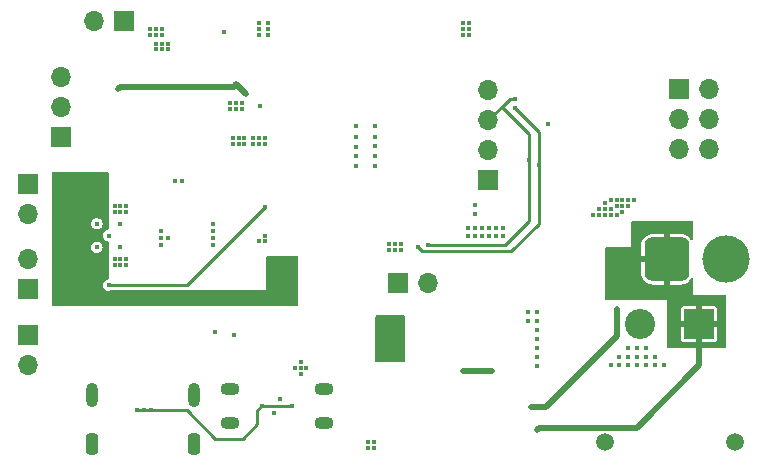
<source format=gbr>
%TF.GenerationSoftware,KiCad,Pcbnew,8.0.6*%
%TF.CreationDate,2024-12-20T17:35:19-08:00*%
%TF.ProjectId,roomba,726f6f6d-6261-42e6-9b69-6361645f7063,rev?*%
%TF.SameCoordinates,Original*%
%TF.FileFunction,Copper,L3,Inr*%
%TF.FilePolarity,Positive*%
%FSLAX46Y46*%
G04 Gerber Fmt 4.6, Leading zero omitted, Abs format (unit mm)*
G04 Created by KiCad (PCBNEW 8.0.6) date 2024-12-20 17:35:19*
%MOMM*%
%LPD*%
G01*
G04 APERTURE LIST*
G04 Aperture macros list*
%AMRoundRect*
0 Rectangle with rounded corners*
0 $1 Rounding radius*
0 $2 $3 $4 $5 $6 $7 $8 $9 X,Y pos of 4 corners*
0 Add a 4 corners polygon primitive as box body*
4,1,4,$2,$3,$4,$5,$6,$7,$8,$9,$2,$3,0*
0 Add four circle primitives for the rounded corners*
1,1,$1+$1,$2,$3*
1,1,$1+$1,$4,$5*
1,1,$1+$1,$6,$7*
1,1,$1+$1,$8,$9*
0 Add four rect primitives between the rounded corners*
20,1,$1+$1,$2,$3,$4,$5,0*
20,1,$1+$1,$4,$5,$6,$7,0*
20,1,$1+$1,$6,$7,$8,$9,0*
20,1,$1+$1,$8,$9,$2,$3,0*%
G04 Aperture macros list end*
%TA.AperFunction,ComponentPad*%
%ADD10R,1.700000X1.700000*%
%TD*%
%TA.AperFunction,ComponentPad*%
%ADD11O,1.700000X1.700000*%
%TD*%
%TA.AperFunction,ComponentPad*%
%ADD12C,0.450000*%
%TD*%
%TA.AperFunction,ComponentPad*%
%ADD13O,1.600000X1.100000*%
%TD*%
%TA.AperFunction,ComponentPad*%
%ADD14RoundRect,0.250000X-0.250000X-0.650000X0.250000X-0.650000X0.250000X0.650000X-0.250000X0.650000X0*%
%TD*%
%TA.AperFunction,ComponentPad*%
%ADD15O,1.000000X2.100000*%
%TD*%
%TA.AperFunction,ComponentPad*%
%ADD16C,4.000000*%
%TD*%
%TA.AperFunction,ComponentPad*%
%ADD17RoundRect,0.760000X-1.140000X-1.140000X1.140000X-1.140000X1.140000X1.140000X-1.140000X1.140000X0*%
%TD*%
%TA.AperFunction,ComponentPad*%
%ADD18R,2.550000X2.550000*%
%TD*%
%TA.AperFunction,ComponentPad*%
%ADD19C,1.508000*%
%TD*%
%TA.AperFunction,ComponentPad*%
%ADD20C,2.550000*%
%TD*%
%TA.AperFunction,ViaPad*%
%ADD21C,0.400000*%
%TD*%
%TA.AperFunction,ViaPad*%
%ADD22C,0.450000*%
%TD*%
%TA.AperFunction,Conductor*%
%ADD23C,0.500000*%
%TD*%
%TA.AperFunction,Conductor*%
%ADD24C,0.250000*%
%TD*%
G04 APERTURE END LIST*
D10*
%TO.N,GND*%
%TO.C,U3*%
X162120000Y-102340000D03*
D11*
%TO.N,+3V3*%
X162120000Y-99800000D03*
%TO.N,/SCL*%
X162120000Y-97260000D03*
%TO.N,/SDA*%
X162120000Y-94720000D03*
%TD*%
D12*
%TO.N,GND*%
%TO.C,U2*%
X131000000Y-106000000D03*
X129000000Y-106000000D03*
X130000000Y-107000000D03*
X131000000Y-108000000D03*
X129000000Y-108000000D03*
%TD*%
D10*
%TO.N,+BATT*%
%TO.C,M3*%
X123200000Y-115400000D03*
D11*
%TO.N,Net-(D10-A)*%
X123200000Y-117940000D03*
%TD*%
%TO.N,Net-(M2--)*%
%TO.C,M2*%
X123200000Y-109000000D03*
D10*
%TO.N,Net-(M2-+)*%
X123200000Y-111540000D03*
%TD*%
%TO.N,Net-(M1-+)*%
%TO.C,M1*%
X123200000Y-102600000D03*
D11*
%TO.N,Net-(M1--)*%
X123200000Y-105140000D03*
%TD*%
%TO.N,+3V3*%
%TO.C,J7*%
X157040000Y-111000000D03*
D10*
%TO.N,GND*%
X154500000Y-111000000D03*
%TD*%
%TO.N,GND*%
%TO.C,J6*%
X131340000Y-88800000D03*
D11*
%TO.N,+BATT*%
X128800000Y-88800000D03*
%TD*%
D13*
%TO.N,GND*%
%TO.C,J4*%
X148275000Y-122840750D03*
X140275000Y-122840750D03*
X148275000Y-119980750D03*
X140275000Y-119980750D03*
%TD*%
D10*
%TO.N,GND*%
%TO.C,J2*%
X126000000Y-98680000D03*
D11*
%TO.N,unconnected-(J2-Pin_2-Pad2)*%
X126000000Y-96140000D03*
%TO.N,/BLDC_MOT*%
X126000000Y-93600000D03*
%TD*%
D14*
%TO.N,GND*%
%TO.C,J1*%
X137195000Y-124673250D03*
X128555000Y-124673250D03*
D15*
X137195000Y-120493250D03*
X128555000Y-120493250D03*
%TD*%
D16*
%TO.N,GND*%
%TO.C,J5*%
X182250000Y-109000000D03*
D17*
%TO.N,/Power/D_BATT*%
X177250000Y-109000000D03*
%TD*%
D18*
%TO.N,/Power/D_BATT*%
%TO.C,J3*%
X180000000Y-114500000D03*
D19*
%TO.N,GND*%
X183000000Y-124500000D03*
D20*
X175000000Y-114500000D03*
D19*
X172000000Y-124500000D03*
%TD*%
D10*
%TO.N,+3V3*%
%TO.C,LED1*%
X178260000Y-94600000D03*
D11*
X180800000Y-94600000D03*
%TO.N,/LED_S1*%
X178260000Y-97140000D03*
%TO.N,/LED_S2*%
X180800000Y-97140000D03*
%TO.N,GND*%
X178260000Y-99680000D03*
X180800000Y-99680000D03*
%TD*%
D21*
%TO.N,GND*%
X143250000Y-107000000D03*
X143250000Y-107500000D03*
X142750000Y-107500000D03*
%TO.N,Net-(U1-SW)*%
X153000000Y-115000000D03*
X154000000Y-115000000D03*
X153500000Y-115000000D03*
X154500000Y-115000000D03*
X153000000Y-114500000D03*
X154000000Y-114500000D03*
X153500000Y-114500000D03*
X154500000Y-114500000D03*
X153500000Y-117250000D03*
X154000000Y-117250000D03*
X154500000Y-117250000D03*
X154500000Y-114000000D03*
X154000000Y-114000000D03*
X153500000Y-114000000D03*
X153000000Y-114000000D03*
%TO.N,GND*%
X152500000Y-125000000D03*
X152000000Y-125000000D03*
X152500000Y-124500000D03*
X152000000Y-124500000D03*
X177000000Y-118000000D03*
X176250000Y-118000000D03*
X176250000Y-117250000D03*
X172500000Y-118000000D03*
X173250000Y-117250000D03*
X173250000Y-118000000D03*
X175500000Y-118000000D03*
X174750000Y-118000000D03*
X174000000Y-118000000D03*
X175500000Y-117250000D03*
X175500000Y-116500000D03*
X174750000Y-116500000D03*
X174750000Y-117250000D03*
X174000000Y-117250000D03*
X174000000Y-116500000D03*
X173500000Y-104000000D03*
X174500000Y-104000000D03*
X172500000Y-104000000D03*
X174000000Y-104500000D03*
X173000000Y-104000000D03*
X173500000Y-104500000D03*
X174000000Y-104000000D03*
X173000000Y-104500000D03*
X173500000Y-105000000D03*
X166242062Y-118031831D03*
X166250000Y-117250000D03*
X166250000Y-116500000D03*
X166250000Y-115750000D03*
X166250000Y-115000000D03*
X166250000Y-114250000D03*
X165500000Y-114250000D03*
X166250000Y-113500000D03*
X165500000Y-113500000D03*
%TO.N,Net-(U1-VFB)*%
X162500000Y-118500000D03*
X160000000Y-118500000D03*
%TO.N,GND*%
X135000000Y-91250000D03*
X134000000Y-90750000D03*
X134500000Y-91250000D03*
X134000000Y-91250000D03*
X134500000Y-90750000D03*
X135000000Y-90750000D03*
X134500000Y-90000000D03*
X133500000Y-89500000D03*
X134000000Y-90000000D03*
X133500000Y-90000000D03*
X134000000Y-89500000D03*
X134500000Y-89500000D03*
X141250000Y-96250000D03*
X140250000Y-95750000D03*
X140750000Y-96250000D03*
X140250000Y-96250000D03*
X140750000Y-95750000D03*
X141250000Y-95750000D03*
X141497687Y-99252314D03*
X140997687Y-99252314D03*
X140997687Y-98752314D03*
X140497687Y-98752314D03*
X141500000Y-98750000D03*
X140497687Y-99252314D03*
X131497687Y-105002314D03*
X130997687Y-105002314D03*
X130997687Y-104502314D03*
X130497687Y-104502314D03*
X131500000Y-104500000D03*
X130497687Y-105002314D03*
X131502313Y-108997686D03*
X131000000Y-109000000D03*
X130500000Y-109000000D03*
X130500000Y-109500000D03*
X131000000Y-109500000D03*
X131500000Y-109500000D03*
X172000000Y-104250000D03*
X172500000Y-104750000D03*
X173000000Y-105250000D03*
X172000000Y-104750000D03*
X171500000Y-104750000D03*
X172500000Y-105250000D03*
X172000000Y-105250000D03*
X171500000Y-105250000D03*
X171000000Y-105250000D03*
X146250000Y-117750000D03*
X146250000Y-118750000D03*
X146750000Y-118250000D03*
X146250000Y-118250000D03*
X145750000Y-118250000D03*
X154750000Y-107750000D03*
X153750000Y-107750000D03*
X154250000Y-107750000D03*
X154750000Y-108250000D03*
X154250000Y-108250000D03*
X153750000Y-108250000D03*
X160500000Y-89000000D03*
X160000000Y-89000000D03*
X160500000Y-89500000D03*
X160000000Y-89500000D03*
X160500000Y-90000000D03*
X160000000Y-90000000D03*
X143500000Y-90000000D03*
X142750000Y-90000000D03*
X143500000Y-89500000D03*
X142750000Y-89500000D03*
X143500000Y-89000000D03*
X142750000Y-89000000D03*
X152570000Y-101090000D03*
X150925000Y-101135000D03*
X150925000Y-100275000D03*
X152575000Y-100275000D03*
X152575000Y-98625000D03*
X150925000Y-98625000D03*
%TO.N,Net-(Q9-G)*%
X165750000Y-121500000D03*
%TO.N,+3V3*%
X145250000Y-109250000D03*
X144500000Y-109250000D03*
X143750000Y-109250000D03*
X145250000Y-110000000D03*
X144500000Y-110000000D03*
X143750000Y-110000000D03*
X145250000Y-110750000D03*
X144500000Y-110750000D03*
X143750000Y-110750000D03*
X145250000Y-111500000D03*
X144500000Y-111500000D03*
X143750000Y-111500000D03*
X145250000Y-112250000D03*
X144500000Y-112250000D03*
X143750000Y-112250000D03*
%TO.N,GND*%
X138800000Y-107800000D03*
X138800000Y-107200000D03*
X138800000Y-106600000D03*
X138800000Y-106000000D03*
%TO.N,/SDA*%
X166400000Y-101000000D03*
%TO.N,/SCL*%
X165600000Y-100600000D03*
X164400000Y-95400000D03*
%TO.N,/SDA*%
X164400000Y-96200000D03*
D22*
%TO.N,/LED_S2*%
X161000000Y-105200000D03*
%TO.N,/LED_S1*%
X161000000Y-104400000D03*
%TO.N,+BATT*%
X135600000Y-102400000D03*
X136200000Y-102400000D03*
%TO.N,/SDA*%
X156200000Y-108000000D03*
%TO.N,Net-(MCU1-IO0)*%
X139800000Y-89800000D03*
X142850000Y-96050000D03*
%TO.N,+3V3*%
X141200000Y-94600000D03*
X141600000Y-95000000D03*
X140800000Y-94200000D03*
X130800000Y-94600000D03*
X129000000Y-103200000D03*
X129000000Y-102600000D03*
X129000000Y-102000000D03*
X129600000Y-103200000D03*
X129600000Y-102600000D03*
X129600000Y-102000000D03*
%TO.N,+BATT*%
X134400000Y-106600000D03*
X134400000Y-107800000D03*
X135000000Y-107200000D03*
X134400000Y-107200000D03*
%TO.N,+3V3*%
X125800000Y-111000000D03*
%TO.N,/nFault*%
X130000000Y-111200000D03*
X143200000Y-104600000D03*
%TO.N,+BATT*%
X162800000Y-106400000D03*
X163400000Y-107000000D03*
X162800000Y-107000000D03*
X163400000Y-106400000D03*
X161600000Y-106400000D03*
X162200000Y-107000000D03*
X161600000Y-107000000D03*
X162200000Y-106400000D03*
X161000000Y-106400000D03*
X160400000Y-106400000D03*
X161000000Y-107000000D03*
X160400000Y-107000000D03*
D21*
%TO.N,/DN*%
X144525000Y-120810750D03*
X144025000Y-122010750D03*
%TO.N,+V_USB*%
X133000000Y-121800000D03*
X132400000Y-121800000D03*
X133600000Y-121800000D03*
X145525000Y-121400000D03*
X143025000Y-121400000D03*
D22*
%TO.N,/SCL*%
X157000000Y-107800000D03*
D21*
%TO.N,GND*%
X167200000Y-97600000D03*
%TO.N,/DN*%
X140600000Y-115400000D03*
X139000000Y-115200000D03*
%TO.N,GND*%
X150925000Y-97750000D03*
X152575000Y-97750000D03*
X150925000Y-99495000D03*
X152570000Y-99450000D03*
X142247687Y-99252314D03*
X143250000Y-98750000D03*
X142247687Y-98752314D03*
X142747687Y-98752314D03*
X142747687Y-99252314D03*
X143247687Y-99252314D03*
%TO.N,Net-(Q9-G)*%
X173000000Y-113250000D03*
%TO.N,/Power/D_BATT*%
X166250000Y-123500000D03*
%TD*%
D23*
%TO.N,Net-(U1-VFB)*%
X162500000Y-118500000D02*
X160000000Y-118500000D01*
D24*
%TO.N,/SCL*%
X165600000Y-105800000D02*
X163600000Y-107800000D01*
X163290000Y-96090000D02*
X165600000Y-98400000D01*
X163600000Y-107800000D02*
X157000000Y-107800000D01*
X163290000Y-96090000D02*
X162120000Y-97260000D01*
X165600000Y-98400000D02*
X165600000Y-105800000D01*
X163980000Y-95400000D02*
X163290000Y-96090000D01*
X164400000Y-95400000D02*
X163980000Y-95400000D01*
D23*
%TO.N,+3V3*%
X141200000Y-94600000D02*
X141600000Y-95000000D01*
X140800000Y-94200000D02*
X141200000Y-94600000D01*
X140600000Y-94400000D02*
X131000000Y-94400000D01*
X140800000Y-94200000D02*
X140600000Y-94400000D01*
X131000000Y-94400000D02*
X130800000Y-94600000D01*
D24*
%TO.N,/nFault*%
X136600000Y-111200000D02*
X143200000Y-104600000D01*
X130000000Y-111200000D02*
X136600000Y-111200000D01*
%TO.N,+V_USB*%
X142600000Y-123000000D02*
X141400000Y-124200000D01*
X139000000Y-124200000D02*
X136600000Y-121800000D01*
X142600000Y-121800000D02*
X142600000Y-123000000D01*
X141400000Y-124200000D02*
X139000000Y-124200000D01*
X143025000Y-121400000D02*
X143000000Y-121400000D01*
X136600000Y-121800000D02*
X132400000Y-121800000D01*
X143025000Y-121400000D02*
X145525000Y-121400000D01*
X143000000Y-121400000D02*
X142600000Y-121800000D01*
%TO.N,/SDA*%
X156550000Y-108350000D02*
X156200000Y-108000000D01*
X164050000Y-108350000D02*
X156550000Y-108350000D01*
X166400000Y-98200000D02*
X166400000Y-106000000D01*
X164400000Y-96200000D02*
X166400000Y-98200000D01*
X166400000Y-106000000D02*
X164050000Y-108350000D01*
D23*
%TO.N,/Power/D_BATT*%
X174704000Y-123296000D02*
X180000000Y-118000000D01*
X180000000Y-118000000D02*
X180000000Y-114500000D01*
X166250000Y-123500000D02*
X166454000Y-123296000D01*
X166454000Y-123296000D02*
X174704000Y-123296000D01*
%TO.N,Net-(Q9-G)*%
X173000000Y-115500000D02*
X167000000Y-121500000D01*
X167000000Y-121500000D02*
X165750000Y-121500000D01*
X173000000Y-113250000D02*
X173000000Y-115500000D01*
%TD*%
%TA.AperFunction,Conductor*%
%TO.N,+3V3*%
G36*
X129943039Y-101619685D02*
G01*
X129988794Y-101672489D01*
X130000000Y-101724000D01*
X130000000Y-106411600D01*
X129980315Y-106478639D01*
X129927511Y-106524394D01*
X129910935Y-106530577D01*
X129800440Y-106563021D01*
X129685413Y-106636942D01*
X129685409Y-106636946D01*
X129595872Y-106740278D01*
X129595867Y-106740285D01*
X129539070Y-106864654D01*
X129539068Y-106864662D01*
X129519610Y-107000000D01*
X129539068Y-107135337D01*
X129539070Y-107135345D01*
X129595867Y-107259714D01*
X129595872Y-107259721D01*
X129685409Y-107363053D01*
X129685413Y-107363057D01*
X129800441Y-107436979D01*
X129871328Y-107457793D01*
X129910934Y-107469422D01*
X129969712Y-107507196D01*
X129998738Y-107570751D01*
X130000000Y-107588399D01*
X130000000Y-110611600D01*
X129980315Y-110678639D01*
X129927511Y-110724394D01*
X129910935Y-110730577D01*
X129800440Y-110763021D01*
X129685413Y-110836942D01*
X129685409Y-110836946D01*
X129595872Y-110940278D01*
X129595867Y-110940285D01*
X129539070Y-111064654D01*
X129539068Y-111064662D01*
X129519610Y-111200000D01*
X129539068Y-111335337D01*
X129539070Y-111335345D01*
X129595867Y-111459714D01*
X129595872Y-111459721D01*
X129685409Y-111563053D01*
X129685413Y-111563057D01*
X129742899Y-111600000D01*
X129800439Y-111636978D01*
X129866036Y-111656239D01*
X129931632Y-111675500D01*
X129931633Y-111675500D01*
X130068367Y-111675500D01*
X130199558Y-111636979D01*
X130199558Y-111636978D01*
X130199561Y-111636978D01*
X130207398Y-111631940D01*
X130226473Y-111619684D01*
X130293511Y-111600000D01*
X143300000Y-111600000D01*
X143300000Y-108874000D01*
X143319685Y-108806961D01*
X143372489Y-108761206D01*
X143424000Y-108750000D01*
X145926000Y-108750000D01*
X145993039Y-108769685D01*
X146038794Y-108822489D01*
X146050000Y-108874000D01*
X146050000Y-112876000D01*
X146030315Y-112943039D01*
X145977511Y-112988794D01*
X145926000Y-113000000D01*
X125324000Y-113000000D01*
X125256961Y-112980315D01*
X125211206Y-112927511D01*
X125200000Y-112876000D01*
X125200000Y-108000000D01*
X128519610Y-108000000D01*
X128539068Y-108135337D01*
X128539070Y-108135345D01*
X128595867Y-108259714D01*
X128595872Y-108259721D01*
X128685409Y-108363053D01*
X128685413Y-108363057D01*
X128745979Y-108401979D01*
X128800439Y-108436978D01*
X128866036Y-108456239D01*
X128931632Y-108475500D01*
X128931633Y-108475500D01*
X129068367Y-108475500D01*
X129199561Y-108436978D01*
X129314589Y-108363055D01*
X129404130Y-108259718D01*
X129460931Y-108135342D01*
X129480390Y-108000000D01*
X129460931Y-107864658D01*
X129448677Y-107837827D01*
X129404132Y-107740285D01*
X129404127Y-107740278D01*
X129314590Y-107636946D01*
X129314586Y-107636942D01*
X129223736Y-107578558D01*
X129199561Y-107563022D01*
X129199560Y-107563021D01*
X129199559Y-107563021D01*
X129068368Y-107524500D01*
X129068367Y-107524500D01*
X128931633Y-107524500D01*
X128931632Y-107524500D01*
X128800440Y-107563021D01*
X128685413Y-107636942D01*
X128685409Y-107636946D01*
X128595872Y-107740278D01*
X128595867Y-107740285D01*
X128539070Y-107864654D01*
X128539068Y-107864662D01*
X128519610Y-108000000D01*
X125200000Y-108000000D01*
X125200000Y-106000000D01*
X128519610Y-106000000D01*
X128539068Y-106135337D01*
X128539070Y-106135345D01*
X128595867Y-106259714D01*
X128595872Y-106259721D01*
X128685409Y-106363053D01*
X128685413Y-106363057D01*
X128745979Y-106401979D01*
X128800439Y-106436978D01*
X128866036Y-106456239D01*
X128931632Y-106475500D01*
X128931633Y-106475500D01*
X129068367Y-106475500D01*
X129199561Y-106436978D01*
X129314589Y-106363055D01*
X129404130Y-106259718D01*
X129460931Y-106135342D01*
X129480390Y-106000000D01*
X129460931Y-105864658D01*
X129448677Y-105837827D01*
X129404132Y-105740285D01*
X129404127Y-105740278D01*
X129314590Y-105636946D01*
X129314586Y-105636942D01*
X129199559Y-105563021D01*
X129068368Y-105524500D01*
X129068367Y-105524500D01*
X128931633Y-105524500D01*
X128931632Y-105524500D01*
X128800440Y-105563021D01*
X128685413Y-105636942D01*
X128685409Y-105636946D01*
X128595872Y-105740278D01*
X128595867Y-105740285D01*
X128539070Y-105864654D01*
X128539068Y-105864662D01*
X128519610Y-106000000D01*
X125200000Y-106000000D01*
X125200000Y-101724000D01*
X125219685Y-101656961D01*
X125272489Y-101611206D01*
X125324000Y-101600000D01*
X129876000Y-101600000D01*
X129943039Y-101619685D01*
G37*
%TD.AperFunction*%
%TD*%
%TA.AperFunction,Conductor*%
%TO.N,/Power/D_BATT*%
G36*
X179443039Y-105769685D02*
G01*
X179488794Y-105822489D01*
X179500000Y-105874000D01*
X179500000Y-107299059D01*
X179480315Y-107366098D01*
X179427511Y-107411853D01*
X179358353Y-107421797D01*
X179294797Y-107392772D01*
X179266642Y-107357512D01*
X179233849Y-107296160D01*
X179233847Y-107296157D01*
X179107633Y-107142366D01*
X178953844Y-107016154D01*
X178778379Y-106922367D01*
X178587991Y-106864613D01*
X178439615Y-106850000D01*
X177500000Y-106850000D01*
X177500000Y-107672768D01*
X177356247Y-107650000D01*
X177143753Y-107650000D01*
X177000000Y-107672768D01*
X177000000Y-106850000D01*
X176060385Y-106850000D01*
X175912008Y-106864613D01*
X175721620Y-106922367D01*
X175546155Y-107016154D01*
X175392366Y-107142366D01*
X175266154Y-107296155D01*
X175172367Y-107471620D01*
X175114613Y-107662008D01*
X175100000Y-107810385D01*
X175100000Y-108750000D01*
X175922769Y-108750000D01*
X175900000Y-108893753D01*
X175900000Y-109106247D01*
X175922769Y-109250000D01*
X175100000Y-109250000D01*
X175100000Y-110189614D01*
X175114613Y-110337991D01*
X175172367Y-110528379D01*
X175266154Y-110703844D01*
X175392366Y-110857633D01*
X175546155Y-110983845D01*
X175721620Y-111077632D01*
X175912008Y-111135386D01*
X176060385Y-111150000D01*
X177000000Y-111150000D01*
X177000000Y-110327231D01*
X177143753Y-110350000D01*
X177356247Y-110350000D01*
X177500000Y-110327231D01*
X177500000Y-111150000D01*
X178439615Y-111150000D01*
X178587991Y-111135386D01*
X178778379Y-111077632D01*
X178953844Y-110983845D01*
X179107633Y-110857633D01*
X179233846Y-110703842D01*
X179266641Y-110642488D01*
X179315603Y-110592643D01*
X179383741Y-110577182D01*
X179449421Y-110601013D01*
X179491790Y-110656570D01*
X179500000Y-110700940D01*
X179500000Y-112000000D01*
X182126000Y-112000000D01*
X182193039Y-112019685D01*
X182238794Y-112072489D01*
X182250000Y-112124000D01*
X182250000Y-116376000D01*
X182230315Y-116443039D01*
X182177511Y-116488794D01*
X182126000Y-116500000D01*
X177374000Y-116500000D01*
X177306961Y-116480315D01*
X177261206Y-116427511D01*
X177250000Y-116376000D01*
X177250000Y-113200371D01*
X178475000Y-113200371D01*
X178475000Y-114250000D01*
X179183520Y-114250000D01*
X179182665Y-114252064D01*
X179150000Y-114416282D01*
X179150000Y-114583718D01*
X179182665Y-114747936D01*
X179183520Y-114750000D01*
X178475000Y-114750000D01*
X178475000Y-115799628D01*
X178489503Y-115872540D01*
X178489505Y-115872544D01*
X178544760Y-115955239D01*
X178627455Y-116010494D01*
X178627459Y-116010496D01*
X178700371Y-116024999D01*
X178700374Y-116025000D01*
X179750000Y-116025000D01*
X179750000Y-115316480D01*
X179752064Y-115317335D01*
X179916282Y-115350000D01*
X180083718Y-115350000D01*
X180247936Y-115317335D01*
X180250000Y-115316480D01*
X180250000Y-116025000D01*
X181299626Y-116025000D01*
X181299628Y-116024999D01*
X181372540Y-116010496D01*
X181372544Y-116010494D01*
X181455239Y-115955239D01*
X181510494Y-115872544D01*
X181510496Y-115872540D01*
X181524999Y-115799628D01*
X181525000Y-115799626D01*
X181525000Y-114750000D01*
X180816480Y-114750000D01*
X180817335Y-114747936D01*
X180850000Y-114583718D01*
X180850000Y-114416282D01*
X180817335Y-114252064D01*
X180816480Y-114250000D01*
X181525000Y-114250000D01*
X181525000Y-113200373D01*
X181524999Y-113200371D01*
X181510496Y-113127459D01*
X181510494Y-113127455D01*
X181455239Y-113044760D01*
X181372544Y-112989505D01*
X181372540Y-112989503D01*
X181299627Y-112975000D01*
X180250000Y-112975000D01*
X180250000Y-113683519D01*
X180247936Y-113682665D01*
X180083718Y-113650000D01*
X179916282Y-113650000D01*
X179752064Y-113682665D01*
X179750000Y-113683519D01*
X179750000Y-112975000D01*
X178700373Y-112975000D01*
X178627459Y-112989503D01*
X178627455Y-112989505D01*
X178544760Y-113044760D01*
X178489505Y-113127455D01*
X178489503Y-113127459D01*
X178475000Y-113200371D01*
X177250000Y-113200371D01*
X177250000Y-112500000D01*
X172124000Y-112500000D01*
X172056961Y-112480315D01*
X172011206Y-112427511D01*
X172000000Y-112376000D01*
X172000000Y-108124000D01*
X172019685Y-108056961D01*
X172072489Y-108011206D01*
X172124000Y-108000000D01*
X174250000Y-108000000D01*
X174250000Y-105874000D01*
X174269685Y-105806961D01*
X174322489Y-105761206D01*
X174374000Y-105750000D01*
X179376000Y-105750000D01*
X179443039Y-105769685D01*
G37*
%TD.AperFunction*%
%TD*%
%TA.AperFunction,Conductor*%
%TO.N,Net-(U1-SW)*%
G36*
X155015539Y-113769685D02*
G01*
X155061294Y-113822489D01*
X155072500Y-113874000D01*
X155072500Y-117626000D01*
X155052815Y-117693039D01*
X155000011Y-117738794D01*
X154948500Y-117750000D01*
X152714000Y-117750000D01*
X152646961Y-117730315D01*
X152601206Y-117677511D01*
X152590000Y-117626000D01*
X152590000Y-113874000D01*
X152609685Y-113806961D01*
X152662489Y-113761206D01*
X152714000Y-113750000D01*
X154948500Y-113750000D01*
X155015539Y-113769685D01*
G37*
%TD.AperFunction*%
%TD*%
M02*

</source>
